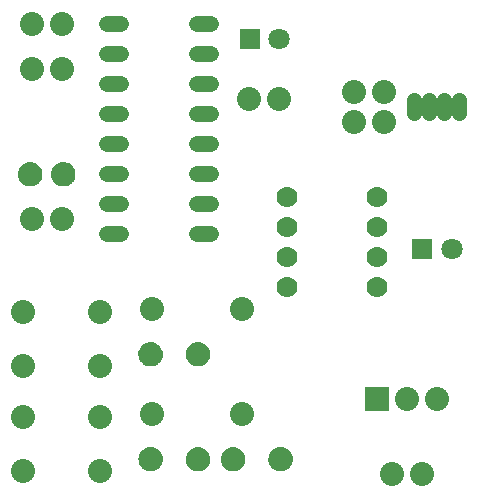
<source format=gbs>
G75*
%MOIN*%
%OFA0B0*%
%FSLAX25Y25*%
%IPPOS*%
%LPD*%
%AMOC8*
5,1,8,0,0,1.08239X$1,22.5*
%
%ADD10R,0.07100X0.07100*%
%ADD11C,0.07100*%
%ADD12C,0.00500*%
%ADD13C,0.05400*%
%ADD14C,0.08000*%
%ADD15C,0.07000*%
%ADD16R,0.08000X0.08000*%
%ADD17C,0.05100*%
D10*
X0151079Y0091000D03*
X0093579Y0161000D03*
D11*
X0103421Y0161000D03*
X0160921Y0091000D03*
D12*
X0105960Y0024152D02*
X0105314Y0024487D01*
X0104615Y0024688D01*
X0103890Y0024750D01*
X0103169Y0024687D01*
X0102475Y0024485D01*
X0101833Y0024151D01*
X0101269Y0023698D01*
X0100804Y0023144D01*
X0100456Y0022509D01*
X0100238Y0021819D01*
X0100160Y0021100D01*
X0100208Y0020440D01*
X0100370Y0019799D01*
X0100641Y0019195D01*
X0101012Y0018648D01*
X0101473Y0018173D01*
X0102010Y0017786D01*
X0102605Y0017497D01*
X0103242Y0017317D01*
X0103900Y0017250D01*
X0104558Y0017315D01*
X0105195Y0017494D01*
X0105791Y0017781D01*
X0106329Y0018166D01*
X0106791Y0018640D01*
X0107164Y0019186D01*
X0107436Y0019789D01*
X0107600Y0020430D01*
X0107650Y0021090D01*
X0107569Y0021813D01*
X0107348Y0022506D01*
X0106997Y0023142D01*
X0106528Y0023698D01*
X0105960Y0024152D01*
X0106236Y0023932D02*
X0101560Y0023932D01*
X0101047Y0023433D02*
X0106752Y0023433D01*
X0107112Y0022934D02*
X0100689Y0022934D01*
X0100433Y0022436D02*
X0107370Y0022436D01*
X0107529Y0021937D02*
X0100276Y0021937D01*
X0100197Y0021439D02*
X0107610Y0021439D01*
X0107638Y0020940D02*
X0100171Y0020940D01*
X0100208Y0020442D02*
X0107601Y0020442D01*
X0107476Y0019943D02*
X0100333Y0019943D01*
X0100529Y0019445D02*
X0107281Y0019445D01*
X0107000Y0018946D02*
X0100809Y0018946D01*
X0101206Y0018448D02*
X0106604Y0018448D01*
X0106027Y0017949D02*
X0101783Y0017949D01*
X0102769Y0017451D02*
X0105042Y0017451D01*
X0105423Y0024430D02*
X0102370Y0024430D01*
X0091769Y0021813D02*
X0091850Y0021090D01*
X0091800Y0020430D01*
X0091636Y0019789D01*
X0091364Y0019186D01*
X0090991Y0018640D01*
X0090529Y0018166D01*
X0089991Y0017781D01*
X0089395Y0017494D01*
X0088758Y0017315D01*
X0088100Y0017250D01*
X0087442Y0017317D01*
X0086805Y0017497D01*
X0086210Y0017786D01*
X0085673Y0018173D01*
X0085212Y0018648D01*
X0084841Y0019195D01*
X0084570Y0019799D01*
X0084408Y0020440D01*
X0084360Y0021100D01*
X0084438Y0021819D01*
X0084656Y0022509D01*
X0085004Y0023144D01*
X0085469Y0023698D01*
X0086033Y0024151D01*
X0086675Y0024485D01*
X0087369Y0024687D01*
X0088090Y0024750D01*
X0088815Y0024688D01*
X0089514Y0024487D01*
X0090160Y0024152D01*
X0090728Y0023698D01*
X0091197Y0023142D01*
X0091548Y0022506D01*
X0091769Y0021813D01*
X0091729Y0021937D02*
X0084476Y0021937D01*
X0084397Y0021439D02*
X0091810Y0021439D01*
X0091838Y0020940D02*
X0084371Y0020940D01*
X0084408Y0020442D02*
X0091801Y0020442D01*
X0091676Y0019943D02*
X0084533Y0019943D01*
X0084729Y0019445D02*
X0091481Y0019445D01*
X0091200Y0018946D02*
X0085009Y0018946D01*
X0085406Y0018448D02*
X0090804Y0018448D01*
X0090227Y0017949D02*
X0085983Y0017949D01*
X0086969Y0017451D02*
X0089242Y0017451D01*
X0091570Y0022436D02*
X0084633Y0022436D01*
X0084889Y0022934D02*
X0091312Y0022934D01*
X0090952Y0023433D02*
X0085247Y0023433D01*
X0085760Y0023932D02*
X0090436Y0023932D01*
X0089623Y0024430D02*
X0086570Y0024430D01*
X0079870Y0022436D02*
X0072933Y0022436D01*
X0072956Y0022509D02*
X0073304Y0023144D01*
X0073769Y0023698D01*
X0074333Y0024151D01*
X0074975Y0024485D01*
X0075669Y0024687D01*
X0076390Y0024750D01*
X0077115Y0024688D01*
X0077814Y0024487D01*
X0078460Y0024152D01*
X0079028Y0023698D01*
X0079497Y0023142D01*
X0079848Y0022506D01*
X0080069Y0021813D01*
X0080150Y0021090D01*
X0080100Y0020430D01*
X0079936Y0019789D01*
X0079664Y0019186D01*
X0079291Y0018640D01*
X0078829Y0018166D01*
X0078291Y0017781D01*
X0077695Y0017494D01*
X0077058Y0017315D01*
X0076400Y0017250D01*
X0075742Y0017317D01*
X0075105Y0017497D01*
X0074510Y0017786D01*
X0073973Y0018173D01*
X0073512Y0018648D01*
X0073141Y0019195D01*
X0072870Y0019799D01*
X0072708Y0020440D01*
X0072660Y0021100D01*
X0072738Y0021819D01*
X0072956Y0022509D01*
X0073189Y0022934D02*
X0079612Y0022934D01*
X0079252Y0023433D02*
X0073547Y0023433D01*
X0074060Y0023932D02*
X0078736Y0023932D01*
X0077923Y0024430D02*
X0074870Y0024430D01*
X0072776Y0021937D02*
X0080029Y0021937D01*
X0080110Y0021439D02*
X0072697Y0021439D01*
X0072671Y0020940D02*
X0080138Y0020940D01*
X0080101Y0020442D02*
X0072708Y0020442D01*
X0072833Y0019943D02*
X0079976Y0019943D01*
X0079781Y0019445D02*
X0073029Y0019445D01*
X0073309Y0018946D02*
X0079500Y0018946D01*
X0079104Y0018448D02*
X0073706Y0018448D01*
X0074283Y0017949D02*
X0078527Y0017949D01*
X0077542Y0017451D02*
X0075269Y0017451D01*
X0064300Y0020430D02*
X0064136Y0019789D01*
X0063864Y0019186D01*
X0063491Y0018640D01*
X0063029Y0018166D01*
X0062491Y0017781D01*
X0061895Y0017494D01*
X0061258Y0017315D01*
X0060600Y0017250D01*
X0059942Y0017317D01*
X0059305Y0017497D01*
X0058710Y0017786D01*
X0058173Y0018173D01*
X0057712Y0018648D01*
X0057341Y0019195D01*
X0057070Y0019799D01*
X0056908Y0020440D01*
X0056860Y0021100D01*
X0056938Y0021819D01*
X0057156Y0022509D01*
X0057504Y0023144D01*
X0057969Y0023698D01*
X0058533Y0024151D01*
X0059175Y0024485D01*
X0059869Y0024687D01*
X0060590Y0024750D01*
X0061315Y0024688D01*
X0062014Y0024487D01*
X0062660Y0024152D01*
X0063228Y0023698D01*
X0063697Y0023142D01*
X0064048Y0022506D01*
X0064269Y0021813D01*
X0064350Y0021090D01*
X0064300Y0020430D01*
X0064301Y0020442D02*
X0056908Y0020442D01*
X0056871Y0020940D02*
X0064338Y0020940D01*
X0064310Y0021439D02*
X0056897Y0021439D01*
X0056976Y0021937D02*
X0064229Y0021937D01*
X0064070Y0022436D02*
X0057133Y0022436D01*
X0057389Y0022934D02*
X0063812Y0022934D01*
X0063452Y0023433D02*
X0057747Y0023433D01*
X0058260Y0023932D02*
X0062936Y0023932D01*
X0062123Y0024430D02*
X0059070Y0024430D01*
X0057033Y0019943D02*
X0064176Y0019943D01*
X0063981Y0019445D02*
X0057229Y0019445D01*
X0057509Y0018946D02*
X0063700Y0018946D01*
X0063304Y0018448D02*
X0057906Y0018448D01*
X0058483Y0017949D02*
X0062727Y0017949D01*
X0061742Y0017451D02*
X0059469Y0017451D01*
X0060610Y0052250D02*
X0061331Y0052313D01*
X0062025Y0052515D01*
X0062667Y0052849D01*
X0063231Y0053302D01*
X0063696Y0053856D01*
X0064044Y0054491D01*
X0064262Y0055181D01*
X0064340Y0055900D01*
X0064292Y0056560D01*
X0064130Y0057201D01*
X0063859Y0057805D01*
X0063488Y0058352D01*
X0063027Y0058827D01*
X0062490Y0059214D01*
X0061895Y0059503D01*
X0061258Y0059683D01*
X0060600Y0059750D01*
X0059942Y0059685D01*
X0059305Y0059506D01*
X0058709Y0059219D01*
X0058171Y0058834D01*
X0057709Y0058360D01*
X0057336Y0057814D01*
X0057064Y0057211D01*
X0056900Y0056570D01*
X0056850Y0055910D01*
X0056931Y0055187D01*
X0057152Y0054494D01*
X0057503Y0053858D01*
X0057972Y0053302D01*
X0058540Y0052848D01*
X0059186Y0052513D01*
X0059885Y0052312D01*
X0060610Y0052250D01*
X0061446Y0052347D02*
X0059764Y0052347D01*
X0058545Y0052845D02*
X0062659Y0052845D01*
X0063266Y0053344D02*
X0057937Y0053344D01*
X0057516Y0053842D02*
X0063684Y0053842D01*
X0063962Y0054341D02*
X0057237Y0054341D01*
X0057042Y0054839D02*
X0064154Y0054839D01*
X0064279Y0055338D02*
X0056915Y0055338D01*
X0056859Y0055836D02*
X0064333Y0055836D01*
X0064308Y0056335D02*
X0056882Y0056335D01*
X0056967Y0056833D02*
X0064223Y0056833D01*
X0064072Y0057332D02*
X0057118Y0057332D01*
X0057347Y0057830D02*
X0063842Y0057830D01*
X0063504Y0058329D02*
X0057688Y0058329D01*
X0058165Y0058827D02*
X0063026Y0058827D01*
X0062260Y0059326D02*
X0058930Y0059326D01*
X0072700Y0056570D02*
X0072650Y0055910D01*
X0072731Y0055187D01*
X0072952Y0054494D01*
X0073303Y0053858D01*
X0073772Y0053302D01*
X0074340Y0052848D01*
X0074986Y0052513D01*
X0075685Y0052312D01*
X0076410Y0052250D01*
X0077131Y0052313D01*
X0077825Y0052515D01*
X0078467Y0052849D01*
X0079031Y0053302D01*
X0079496Y0053856D01*
X0079844Y0054491D01*
X0080062Y0055181D01*
X0080140Y0055900D01*
X0080092Y0056560D01*
X0079930Y0057201D01*
X0079659Y0057805D01*
X0079288Y0058352D01*
X0078827Y0058827D01*
X0078290Y0059214D01*
X0077695Y0059503D01*
X0077058Y0059683D01*
X0076400Y0059750D01*
X0075742Y0059685D01*
X0075105Y0059506D01*
X0074509Y0059219D01*
X0073971Y0058834D01*
X0073509Y0058360D01*
X0073136Y0057814D01*
X0072864Y0057211D01*
X0072700Y0056570D01*
X0072682Y0056335D02*
X0080108Y0056335D01*
X0080133Y0055836D02*
X0072659Y0055836D01*
X0072715Y0055338D02*
X0080079Y0055338D01*
X0079954Y0054839D02*
X0072842Y0054839D01*
X0073037Y0054341D02*
X0079762Y0054341D01*
X0079484Y0053842D02*
X0073316Y0053842D01*
X0073737Y0053344D02*
X0079066Y0053344D01*
X0078459Y0052845D02*
X0074345Y0052845D01*
X0075564Y0052347D02*
X0077246Y0052347D01*
X0080023Y0056833D02*
X0072767Y0056833D01*
X0072918Y0057332D02*
X0079872Y0057332D01*
X0079642Y0057830D02*
X0073147Y0057830D01*
X0073488Y0058329D02*
X0079304Y0058329D01*
X0078826Y0058827D02*
X0073965Y0058827D01*
X0074730Y0059326D02*
X0078060Y0059326D01*
X0034121Y0113322D02*
X0033557Y0112869D01*
X0032915Y0112535D01*
X0032221Y0112333D01*
X0031500Y0112270D01*
X0030775Y0112331D01*
X0030077Y0112533D01*
X0029431Y0112867D01*
X0028862Y0113321D01*
X0028393Y0113877D01*
X0028042Y0114514D01*
X0027822Y0115207D01*
X0027741Y0115930D01*
X0027790Y0116590D01*
X0027954Y0117231D01*
X0028226Y0117834D01*
X0028599Y0118380D01*
X0029061Y0118853D01*
X0029599Y0119239D01*
X0030195Y0119526D01*
X0030832Y0119705D01*
X0031490Y0119770D01*
X0032148Y0119703D01*
X0032785Y0119522D01*
X0033380Y0119234D01*
X0033917Y0118847D01*
X0034378Y0118372D01*
X0034749Y0117825D01*
X0035020Y0117221D01*
X0035182Y0116580D01*
X0035230Y0115920D01*
X0035152Y0115200D01*
X0034934Y0114510D01*
X0034586Y0113876D01*
X0034121Y0113322D01*
X0033926Y0113165D02*
X0029058Y0113165D01*
X0028574Y0113664D02*
X0034408Y0113664D01*
X0034743Y0114162D02*
X0028236Y0114162D01*
X0027995Y0114661D02*
X0034982Y0114661D01*
X0035139Y0115159D02*
X0027837Y0115159D01*
X0027771Y0115658D02*
X0035202Y0115658D01*
X0035213Y0116156D02*
X0027758Y0116156D01*
X0027807Y0116655D02*
X0035163Y0116655D01*
X0035037Y0117153D02*
X0027934Y0117153D01*
X0028144Y0117652D02*
X0034827Y0117652D01*
X0034528Y0118150D02*
X0028442Y0118150D01*
X0028862Y0118649D02*
X0034109Y0118649D01*
X0033501Y0119147D02*
X0029471Y0119147D01*
X0030622Y0119646D02*
X0032350Y0119646D01*
X0033168Y0112667D02*
X0029819Y0112667D01*
X0023914Y0114510D02*
X0023566Y0113876D01*
X0023101Y0113322D01*
X0022537Y0112869D01*
X0021895Y0112535D01*
X0021201Y0112333D01*
X0020480Y0112270D01*
X0019755Y0112331D01*
X0019056Y0112533D01*
X0018410Y0112867D01*
X0017842Y0113321D01*
X0017373Y0113877D01*
X0017022Y0114514D01*
X0016801Y0115207D01*
X0016720Y0115930D01*
X0016770Y0116590D01*
X0016934Y0117231D01*
X0017206Y0117834D01*
X0017579Y0118380D01*
X0018041Y0118853D01*
X0018579Y0119239D01*
X0019175Y0119526D01*
X0019812Y0119705D01*
X0020470Y0119770D01*
X0021128Y0119703D01*
X0021765Y0119522D01*
X0022360Y0119234D01*
X0022897Y0118847D01*
X0023358Y0118372D01*
X0023729Y0117825D01*
X0024000Y0117221D01*
X0024162Y0116580D01*
X0024210Y0115920D01*
X0024132Y0115200D01*
X0023914Y0114510D01*
X0023961Y0114661D02*
X0016975Y0114661D01*
X0016817Y0115159D02*
X0024119Y0115159D01*
X0024182Y0115658D02*
X0016751Y0115658D01*
X0016738Y0116156D02*
X0024193Y0116156D01*
X0024143Y0116655D02*
X0016787Y0116655D01*
X0016914Y0117153D02*
X0024017Y0117153D01*
X0023807Y0117652D02*
X0017124Y0117652D01*
X0017422Y0118150D02*
X0023508Y0118150D01*
X0023089Y0118649D02*
X0017841Y0118649D01*
X0018451Y0119147D02*
X0022481Y0119147D01*
X0021330Y0119646D02*
X0019602Y0119646D01*
X0017216Y0114162D02*
X0023723Y0114162D01*
X0023388Y0113664D02*
X0017553Y0113664D01*
X0018038Y0113165D02*
X0022906Y0113165D01*
X0022148Y0112667D02*
X0018799Y0112667D01*
D13*
X0046100Y0116000D02*
X0050900Y0116000D01*
X0050900Y0126000D02*
X0046100Y0126000D01*
X0046100Y0136000D02*
X0050900Y0136000D01*
X0050900Y0146000D02*
X0046100Y0146000D01*
X0046100Y0156000D02*
X0050900Y0156000D01*
X0050900Y0166000D02*
X0046100Y0166000D01*
X0076100Y0166000D02*
X0080900Y0166000D01*
X0080900Y0156000D02*
X0076100Y0156000D01*
X0076100Y0146000D02*
X0080900Y0146000D01*
X0080900Y0136000D02*
X0076100Y0136000D01*
X0076100Y0126000D02*
X0080900Y0126000D01*
X0080900Y0116000D02*
X0076100Y0116000D01*
X0076100Y0106000D02*
X0080900Y0106000D01*
X0080900Y0096000D02*
X0076100Y0096000D01*
X0050900Y0096000D02*
X0046100Y0096000D01*
X0046100Y0106000D02*
X0050900Y0106000D01*
D14*
X0018200Y0017100D03*
X0018200Y0034900D03*
X0018200Y0052100D03*
X0018200Y0069900D03*
X0043800Y0069900D03*
X0061000Y0071000D03*
X0043800Y0052100D03*
X0043800Y0034900D03*
X0061000Y0036000D03*
X0043800Y0017100D03*
X0091000Y0036000D03*
X0091000Y0071000D03*
X0141000Y0016000D03*
X0151000Y0016000D03*
X0146000Y0040941D03*
X0156000Y0040941D03*
X0138500Y0133500D03*
X0138500Y0143500D03*
X0128500Y0143500D03*
X0128500Y0133500D03*
X0103500Y0141000D03*
X0093500Y0141000D03*
X0031000Y0151000D03*
X0021000Y0151000D03*
X0021000Y0166000D03*
X0031000Y0166000D03*
X0031000Y0101000D03*
X0021000Y0101000D03*
D15*
X0106000Y0098500D03*
X0106000Y0088500D03*
X0106000Y0078500D03*
X0106000Y0108500D03*
X0136000Y0108500D03*
X0136000Y0098500D03*
X0136000Y0088500D03*
X0136000Y0078500D03*
D16*
X0136000Y0040941D03*
D17*
X0148500Y0136250D02*
X0148500Y0140750D01*
X0153500Y0140750D02*
X0153500Y0136250D01*
X0158500Y0136250D02*
X0158500Y0140750D01*
X0163500Y0140750D02*
X0163500Y0136250D01*
M02*

</source>
